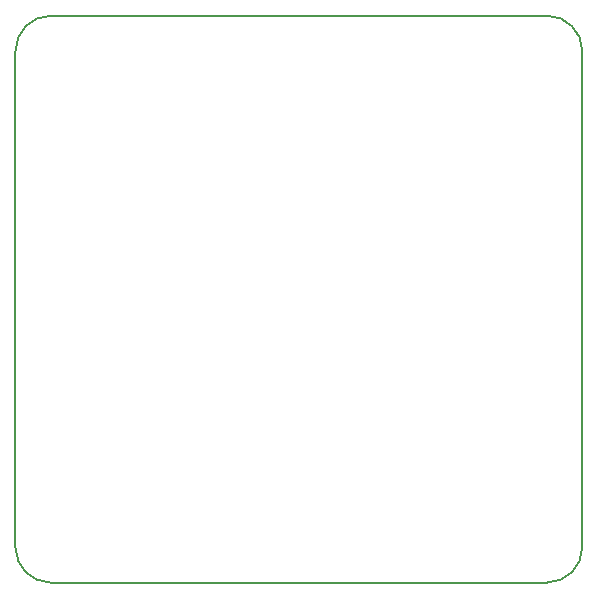
<source format=gm1>
G04 #@! TF.GenerationSoftware,KiCad,Pcbnew,8.0.6*
G04 #@! TF.CreationDate,2025-01-03T22:06:48-07:00*
G04 #@! TF.ProjectId,AD9744 Ersatz Eval Board Rev. A,41443937-3434-4204-9572-7361747a2045,rev?*
G04 #@! TF.SameCoordinates,Original*
G04 #@! TF.FileFunction,Profile,NP*
%FSLAX46Y46*%
G04 Gerber Fmt 4.6, Leading zero omitted, Abs format (unit mm)*
G04 Created by KiCad (PCBNEW 8.0.6) date 2025-01-03 22:06:48*
%MOMM*%
%LPD*%
G01*
G04 APERTURE LIST*
G04 #@! TA.AperFunction,Profile*
%ADD10C,0.200000*%
G04 #@! TD*
G04 APERTURE END LIST*
D10*
X120675000Y-77500000D02*
X162675000Y-77500000D01*
X120675000Y-125500000D02*
G75*
G02*
X117675000Y-122500000I0J3000000D01*
G01*
X117675000Y-80500000D02*
G75*
G02*
X120675000Y-77500000I3000000J0D01*
G01*
X162675000Y-77500000D02*
G75*
G02*
X165675000Y-80500000I0J-3000000D01*
G01*
X165675000Y-122500000D02*
G75*
G02*
X162675000Y-125500000I-3000000J0D01*
G01*
X162675000Y-125500000D02*
X120675000Y-125500000D01*
X117675000Y-122500000D02*
X117675000Y-80500000D01*
X165675000Y-80500000D02*
X165675000Y-122500000D01*
M02*

</source>
